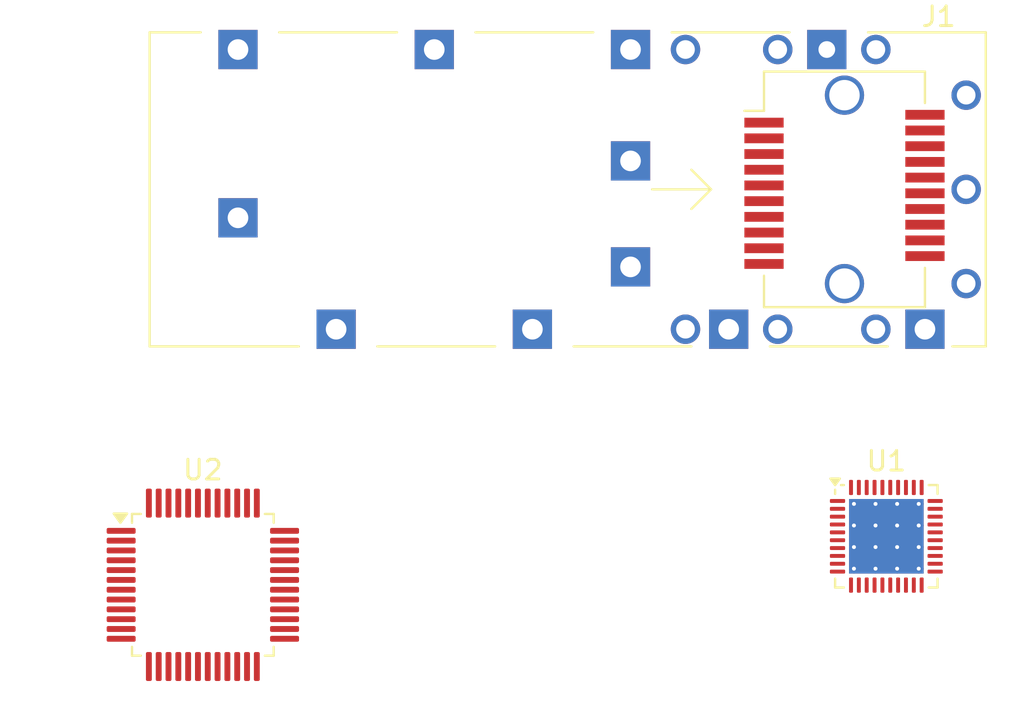
<source format=kicad_pcb>
(kicad_pcb (version 20240108) (generator "pcbnew") (generator_version "8.0")
  (layers (0 "F.Cu" signal) (31 "B.Cu" signal) (34 "B.Paste" user) (35 "F.Paste" user) (36 "B.SilkS" user "B.Silkscreen") (37 "F.SilkS" user "F.Silkscreen") (38 "B.Mask" user) (39 "F.Mask" user) (44 "Edge.Cuts" user))
  (net 0 "")
  (net 6 "Net-(J1-VeeR-Pad10)")
  (net 13 "Net-(J1-VeeT-Pad1)")
  (net 24 "Net-(U2-AVDD-Pad11)")
  (net 25 "Net-(U2-AGND-Pad14)")
  (footprint "Package_DFN_QFN:QFN-40-1EP_5x5mm_P0.4mm_EP3.8x3.8mm_ThermalVias" (layer "F.Cu") (at 135.6925 97.9)
    (property "Reference" "U1" (at 0 -3.83 0) (layer "F.SilkS"))
    (property "Value" "RTL8213B-CG")
    (fp_line (start -2.61 -2.16) (end -2.61 -2.37) (stroke (width 0.12)) (layer "F.SilkS"))
    (fp_line (start -2.61 2.61) (end -2.61 2.16) (stroke (width 0.12)) (layer "F.SilkS"))
    (fp_line (start -2.16 -2.61) (end -2.31 -2.61) (stroke (width 0.12)) (layer "F.SilkS"))
    (fp_line (start -2.16 2.61) (end -2.61 2.61) (stroke (width 0.12)) (layer "F.SilkS"))
    (fp_line (start 2.16 -2.61) (end 2.61 -2.61) (stroke (width 0.12)) (layer "F.SilkS"))
    (fp_line (start 2.16 2.61) (end 2.61 2.61) (stroke (width 0.12)) (layer "F.SilkS"))
    (fp_line (start 2.61 -2.61) (end 2.61 -2.16) (stroke (width 0.12)) (layer "F.SilkS"))
    (fp_line (start 2.61 2.61) (end 2.61 2.16) (stroke (width 0.12)) (layer "F.SilkS"))
    (fp_poly (pts (xy -2.61 -2.61) (xy -2.85 -2.94) (xy -2.37 -2.94) (xy -2.61 -2.61)) (stroke (width 0.12)) (fill solid) (layer "F.SilkS"))
    (pad "1" smd roundrect (at -2.4875 -1.8) (size 0.775 0.2) (layers "F.Cu" "F.Paste" "F.Mask"))
    (pad "2" smd roundrect (at -2.4875 -1.4) (size 0.775 0.2) (layers "F.Cu" "F.Paste" "F.Mask"))
    (pad "3" smd roundrect (at -2.4875 -1) (size 0.775 0.2) (layers "F.Cu" "F.Paste" "F.Mask"))
    (pad "4" smd roundrect (at -2.4875 -0.6) (size 0.775 0.2) (layers "F.Cu" "F.Paste" "F.Mask"))
    (pad "5" smd roundrect (at -2.4875 -0.2) (size 0.775 0.2) (layers "F.Cu" "F.Paste" "F.Mask"))
    (pad "6" smd roundrect (at -2.4875 0.2) (size 0.775 0.2) (layers "F.Cu" "F.Paste" "F.Mask"))
    (pad "7" smd roundrect (at -2.4875 0.6) (size 0.775 0.2) (layers "F.Cu" "F.Paste" "F.Mask"))
    (pad "8" smd roundrect (at -2.4875 1) (size 0.775 0.2) (layers "F.Cu" "F.Paste" "F.Mask"))
    (pad "9" smd roundrect (at -2.4875 1.4) (size 0.775 0.2) (layers "F.Cu" "F.Paste" "F.Mask"))
    (pad "10" smd roundrect (at -2.4875 1.8) (size 0.775 0.2) (layers "F.Cu" "F.Paste" "F.Mask"))
    (pad "11" smd roundrect (at -1.8 2.4875) (size 0.2 0.775) (layers "F.Cu" "F.Paste" "F.Mask"))
    (pad "12" smd roundrect (at -1.4 2.4875) (size 0.2 0.775) (layers "F.Cu" "F.Paste" "F.Mask"))
    (pad "13" smd roundrect (at -1 2.4875) (size 0.2 0.775) (layers "F.Cu" "F.Paste" "F.Mask"))
    (pad "14" smd roundrect (at -0.6 2.4875) (size 0.2 0.775) (layers "F.Cu" "F.Paste" "F.Mask"))
    (pad "15" smd roundrect (at -0.2 2.4875) (size 0.2 0.775) (layers "F.Cu" "F.Paste" "F.Mask"))
    (pad "16" smd roundrect (at 0.2 2.4875) (size 0.2 0.775) (layers "F.Cu" "F.Paste" "F.Mask"))
    (pad "17" smd roundrect (at 0.6 2.4875) (size 0.2 0.775) (layers "F.Cu" "F.Paste" "F.Mask"))
    (pad "18" smd roundrect (at 1 2.4875) (size 0.2 0.775) (layers "F.Cu" "F.Paste" "F.Mask"))
    (pad "19" smd roundrect (at 1.4 2.4875) (size 0.2 0.775) (layers "F.Cu" "F.Paste" "F.Mask"))
    (pad "20" smd roundrect (at 1.8 2.4875) (size 0.2 0.775) (layers "F.Cu" "F.Paste" "F.Mask"))
    (pad "21" smd roundrect (at 2.4875 1.8) (size 0.775 0.2) (layers "F.Cu" "F.Paste" "F.Mask"))
    (pad "22" smd roundrect (at 2.4875 1.4) (size 0.775 0.2) (layers "F.Cu" "F.Paste" "F.Mask"))
    (pad "23" smd roundrect (at 2.4875 1) (size 0.775 0.2) (layers "F.Cu" "F.Paste" "F.Mask"))
    (pad "24" smd roundrect (at 2.4875 0.6) (size 0.775 0.2) (layers "F.Cu" "F.Paste" "F.Mask"))
    (pad "25" smd roundrect (at 2.4875 0.2) (size 0.775 0.2) (layers "F.Cu" "F.Paste" "F.Mask"))
    (pad "26" smd roundrect (at 2.4875 -0.2) (size 0.775 0.2) (layers "F.Cu" "F.Paste" "F.Mask"))
    (pad "27" smd roundrect (at 2.4875 -0.6) (size 0.775 0.2) (layers "F.Cu" "F.Paste" "F.Mask"))
    (pad "28" smd roundrect (at 2.4875 -1) (size 0.775 0.2) (layers "F.Cu" "F.Paste" "F.Mask"))
    (pad "29" smd roundrect (at 2.4875 -1.4) (size 0.775 0.2) (layers "F.Cu" "F.Paste" "F.Mask"))
    (pad "30" smd roundrect (at 2.4875 -1.8) (size 0.775 0.2) (layers "F.Cu" "F.Paste" "F.Mask"))
    (pad "31" smd roundrect (at 1.8 -2.4875) (size 0.2 0.775) (layers "F.Cu" "F.Paste" "F.Mask"))
    (pad "32" smd roundrect (at 1.4 -2.4875) (size 0.2 0.775) (layers "F.Cu" "F.Paste" "F.Mask"))
    (pad "33" smd roundrect (at 1 -2.4875) (size 0.2 0.775) (layers "F.Cu" "F.Paste" "F.Mask"))
    (pad "34" smd roundrect (at 0.6 -2.4875) (size 0.2 0.775) (layers "F.Cu" "F.Paste" "F.Mask"))
    (pad "35" smd roundrect (at 0.2 -2.4875) (size 0.2 0.775) (layers "F.Cu" "F.Paste" "F.Mask"))
    (pad "36" smd roundrect (at -0.2 -2.4875) (size 0.2 0.775) (layers "F.Cu" "F.Paste" "F.Mask"))
    (pad "37" smd roundrect (at -0.6 -2.4875) (size 0.2 0.775) (layers "F.Cu" "F.Paste" "F.Mask"))
    (pad "38" smd roundrect (at -1 -2.4875) (size 0.2 0.775) (layers "F.Cu" "F.Paste" "F.Mask"))
    (pad "39" smd roundrect (at -1.4 -2.4875) (size 0.2 0.775) (layers "F.Cu" "F.Paste" "F.Mask"))
    (pad "40" smd roundrect (at -1.8 -2.4875) (size 0.2 0.775) (layers "F.Cu" "F.Paste" "F.Mask"))
    (pad "41" thru_hole circle (at -1.65 -1.65) (size 0.5 0.5) (drill 0.2) (property pad_prop_heatsink) (layers "*.Cu"))
    (pad "41" thru_hole circle (at -1.65 -0.55) (size 0.5 0.5) (drill 0.2) (property pad_prop_heatsink) (layers "*.Cu"))
    (pad "41" thru_hole circle (at -1.65 0.55) (size 0.5 0.5) (drill 0.2) (property pad_prop_heatsink) (layers "*.Cu"))
    (pad "41" thru_hole circle (at -1.65 1.65) (size 0.5 0.5) (drill 0.2) (property pad_prop_heatsink) (layers "*.Cu"))
    (pad "41" thru_hole circle (at -0.55 -1.65) (size 0.5 0.5) (drill 0.2) (property pad_prop_heatsink) (layers "*.Cu"))
    (pad "41" thru_hole circle (at -0.55 -0.55) (size 0.5 0.5) (drill 0.2) (property pad_prop_heatsink) (layers "*.Cu"))
    (pad "41" thru_hole circle (at -0.55 0.55) (size 0.5 0.5) (drill 0.2) (property pad_prop_heatsink) (layers "*.Cu"))
    (pad "41" thru_hole circle (at -0.55 1.65) (size 0.5 0.5) (drill 0.2) (property pad_prop_heatsink) (layers "*.Cu"))
    (pad "41" smd rect (at 0 0) (size 3.8 3.8) (property pad_prop_heatsink) (layers "F.Cu" "F.Mask"))
    (pad "41" smd rect (at 0 0) (size 3.8 3.8) (property pad_prop_heatsink) (layers "B.Cu"))
    (pad "41" thru_hole circle (at 0.55 -1.65) (size 0.5 0.5) (drill 0.2) (property pad_prop_heatsink) (layers "*.Cu"))
    (pad "41" thru_hole circle (at 0.55 -0.55) (size 0.5 0.5) (drill 0.2) (property pad_prop_heatsink) (layers "*.Cu"))
    (pad "41" thru_hole circle (at 0.55 0.55) (size 0.5 0.5) (drill 0.2) (property pad_prop_heatsink) (layers "*.Cu"))
    (pad "41" thru_hole circle (at 0.55 1.65) (size 0.5 0.5) (drill 0.2) (property pad_prop_heatsink) (layers "*.Cu"))
    (pad "41" thru_hole circle (at 1.65 -1.65) (size 0.5 0.5) (drill 0.2) (property pad_prop_heatsink) (layers "*.Cu"))
    (pad "41" thru_hole circle (at 1.65 -0.55) (size 0.5 0.5) (drill 0.2) (property pad_prop_heatsink) (layers "*.Cu"))
    (pad "41" thru_hole circle (at 1.65 0.55) (size 0.5 0.5) (drill 0.2) (property pad_prop_heatsink) (layers "*.Cu"))
    (pad "41" thru_hole circle (at 1.65 1.65) (size 0.5 0.5) (drill 0.2) (property pad_prop_heatsink) (layers "*.Cu"))
  )
  (footprint "Connector:Connector_SFP_and_Cage" (layer "F.Cu") (at 139.76 80.225)
    (property "Reference" "J1" (at -1.4 -8.8 0) (layer "F.SilkS"))
    (property "Value" "SFP")
    (fp_line (start -41.6 8) (end -41.6 -8) (stroke (width 0.12)) (layer "F.SilkS"))
    (fp_line (start -39 -8) (end -41.6 -8) (stroke (width 0.12)) (layer "F.SilkS"))
    (fp_line (start -34 8) (end -41.6 8) (stroke (width 0.12)) (layer "F.SilkS"))
    (fp_line (start -30 8) (end -24 8) (stroke (width 0.12)) (layer "F.SilkS"))
    (fp_line (start -29 -8) (end -35 -8) (stroke (width 0.12)) (layer "F.SilkS"))
    (fp_line (start -20 8) (end -14 8) (stroke (width 0.12)) (layer "F.SilkS"))
    (fp_line (start -19 -8) (end -25 -8) (stroke (width 0.12)) (layer "F.SilkS"))
    (fp_line (start -13 0) (end -16 0) (stroke (width 0.12)) (layer "F.SilkS"))
    (fp_line (start -13 0) (end -14 -1) (stroke (width 0.12)) (layer "F.SilkS"))
    (fp_line (start -13 0) (end -14 1) (stroke (width 0.12)) (layer "F.SilkS"))
    (fp_line (start -10.3 -6) (end -10.3 -4) (stroke (width 0.12)) (layer "F.SilkS"))
    (fp_line (start -10.3 -4) (end -11.3 -4) (stroke (width 0.12)) (layer "F.SilkS"))
    (fp_line (start -10.3 4.4) (end -10.3 6) (stroke (width 0.12)) (layer "F.SilkS"))
    (fp_line (start -10 8) (end -4 8) (stroke (width 0.12)) (layer "F.SilkS"))
    (fp_line (start -9 -8) (end -15 -8) (stroke (width 0.12)) (layer "F.SilkS"))
    (fp_line (start -2.1 -6) (end -10.3 -6) (stroke (width 0.12)) (layer "F.SilkS"))
    (fp_line (start -2.1 -4.4) (end -2.1 -6) (stroke (width 0.12)) (layer "F.SilkS"))
    (fp_line (start -2.1 4) (end -2.1 6) (stroke (width 0.12)) (layer "F.SilkS"))
    (fp_line (start -2.1 6) (end -10.3 6) (stroke (width 0.12)) (layer "F.SilkS"))
    (fp_line (start -0.7 8) (end 1 8) (stroke (width 0.12)) (layer "F.SilkS"))
    (fp_line (start 1 -8) (end -5 -8) (stroke (width 0.12)) (layer "F.SilkS"))
    (fp_line (start 1 8) (end 1 -8) (stroke (width 0.12)) (layer "F.SilkS"))
    (pad "" np_thru_hole circle (at -6.2 -4.8) (size 2 2) (drill 1.55) (layers "*.Cu" "*.Mask"))
    (pad "" np_thru_hole circle (at -6.2 4.8) (size 2 2) (drill 1.55) (layers "*.Cu" "*.Mask"))
    (pad "1" smd rect (at -10.3 -3.4) (size 2 0.5) (layers "F.Cu" "F.Paste" "F.Mask") (net 13 "Net-(J1-VeeT-Pad1)"))
    (pad "2" smd rect (at -10.3 -2.6) (size 2 0.5) (layers "F.Cu" "F.Paste" "F.Mask"))
    (pad "3" smd rect (at -10.3 -1.8) (size 2 0.5) (layers "F.Cu" "F.Paste" "F.Mask"))
    (pad "4" smd rect (at -10.3 -1) (size 2 0.5) (layers "F.Cu" "F.Paste" "F.Mask"))
    (pad "5" smd rect (at -10.3 -0.2) (size 2 0.5) (layers "F.Cu" "F.Paste" "F.Mask"))
    (pad "6" smd rect (at -10.3 0.6) (size 2 0.5) (layers "F.Cu" "F.Paste" "F.Mask"))
    (pad "7" smd rect (at -10.3 1.4) (size 2 0.5) (layers "F.Cu" "F.Paste" "F.Mask"))
    (pad "8" smd rect (at -10.3 2.2) (size 2 0.5) (layers "F.Cu" "F.Paste" "F.Mask"))
    (pad "9" smd rect (at -10.3 3) (size 2 0.5) (layers "F.Cu" "F.Paste" "F.Mask") (net 6 "Net-(J1-VeeR-Pad10)"))
    (pad "10" smd rect (at -10.3 3.8) (size 2 0.5) (layers "F.Cu" "F.Paste" "F.Mask") (net 6 "Net-(J1-VeeR-Pad10)"))
    (pad "11" smd rect (at -2.1 3.4) (size 2 0.5) (layers "F.Cu" "F.Paste" "F.Mask") (net 6 "Net-(J1-VeeR-Pad10)"))
    (pad "12" smd rect (at -2.1 2.6) (size 2 0.5) (layers "F.Cu" "F.Paste" "F.Mask"))
    (pad "13" smd rect (at -2.1 1.8) (size 2 0.5) (layers "F.Cu" "F.Paste" "F.Mask"))
    (pad "14" smd rect (at -2.1 1) (size 2 0.5) (layers "F.Cu" "F.Paste" "F.Mask") (net 6 "Net-(J1-VeeR-Pad10)"))
    (pad "15" smd rect (at -2.1 0.2) (size 2 0.5) (layers "F.Cu" "F.Paste" "F.Mask"))
    (pad "16" smd rect (at -2.1 -0.6) (size 2 0.5) (layers "F.Cu" "F.Paste" "F.Mask"))
    (pad "17" smd rect (at -2.1 -1.4) (size 2 0.5) (layers "F.Cu" "F.Paste" "F.Mask") (net 13 "Net-(J1-VeeT-Pad1)"))
    (pad "18" smd rect (at -2.1 -2.2) (size 2 0.5) (layers "F.Cu" "F.Paste" "F.Mask"))
    (pad "19" smd rect (at -2.1 -3) (size 2 0.5) (layers "F.Cu" "F.Paste" "F.Mask"))
    (pad "20" smd rect (at -2.1 -3.8) (size 2 0.5) (layers "F.Cu" "F.Paste" "F.Mask") (net 13 "Net-(J1-VeeT-Pad1)"))
    (pad "CAGE" thru_hole rect (at -37.1 -7.125) (size 2 2) (drill 1.05) (layers "*.Cu" "*.Mask"))
    (pad "CAGE" thru_hole rect (at -37.1 1.45) (size 2 2) (drill 1.05) (layers "*.Cu" "*.Mask"))
    (pad "CAGE" thru_hole rect (at -32.1 7.125) (size 2 2) (drill 1.05) (layers "*.Cu" "*.Mask"))
    (pad "CAGE" thru_hole rect (at -27.1 -7.125) (size 2 2) (drill 1.05) (layers "*.Cu" "*.Mask"))
    (pad "CAGE" thru_hole rect (at -22.1 7.125) (size 2 2) (drill 1.05) (layers "*.Cu" "*.Mask"))
    (pad "CAGE" thru_hole rect (at -17.1 -7.125) (size 2 2) (drill 1.05) (layers "*.Cu" "*.Mask"))
    (pad "CAGE" thru_hole rect (at -17.1 -1.45) (size 2 2) (drill 1.05) (layers "*.Cu" "*.Mask"))
    (pad "CAGE" thru_hole rect (at -17.1 3.95) (size 2 2) (drill 1.05) (layers "*.Cu" "*.Mask"))
    (pad "CAGE" thru_hole circle (at -14.3 -7.125) (size 1.5 1.5) (drill 0.95) (layers "*.Cu" "*.Mask"))
    (pad "CAGE" thru_hole circle (at -14.3 7.125) (size 1.5 1.5) (drill 0.95) (layers "*.Cu" "*.Mask"))
    (pad "CAGE" thru_hole rect (at -12.1 7.125) (size 2 2) (drill 1.05) (layers "*.Cu" "*.Mask"))
    (pad "CAGE" thru_hole circle (at -9.6 -7.125) (size 1.5 1.5) (drill 0.95) (layers "*.Cu" "*.Mask"))
    (pad "CAGE" thru_hole circle (at -9.6 7.125) (size 1.5 1.5) (drill 0.95) (layers "*.Cu" "*.Mask"))
    (pad "CAGE" thru_hole rect (at -7.1 -7.125) (size 2 2) (drill 0.85) (layers "*.Cu" "*.Mask"))
    (pad "CAGE" thru_hole circle (at -4.6 -7.125) (size 1.5 1.5) (drill 0.95) (layers "*.Cu" "*.Mask"))
    (pad "CAGE" thru_hole circle (at -4.6 7.125) (size 1.5 1.5) (drill 0.95) (layers "*.Cu" "*.Mask"))
    (pad "CAGE" thru_hole rect (at -2.1 7.125) (size 2 2) (drill 1.05) (layers "*.Cu" "*.Mask"))
    (pad "CAGE" thru_hole circle (at 0 -4.8) (size 1.5 1.5) (drill 0.95) (layers "*.Cu" "*.Mask"))
    (pad "CAGE" thru_hole circle (at 0 0) (size 1.5 1.5) (drill 0.95) (layers "*.Cu" "*.Mask"))
    (pad "CAGE" thru_hole circle (at 0 4.8) (size 1.5 1.5) (drill 0.95) (layers "*.Cu" "*.Mask"))
  )
  (footprint "Package_QFP:LQFP-48_7x7mm_P0.5mm" (layer "F.Cu") (at 100.87 100.3725)
    (property "Reference" "U2" (at 0 -5.85 0) (layer "F.SilkS"))
    (property "Value" "W5500")
    (fp_line (start -3.61 -3.61) (end -3.61 -3.16) (stroke (width 0.12)) (layer "F.SilkS"))
    (fp_line (start -3.61 3.61) (end -3.61 3.16) (stroke (width 0.12)) (layer "F.SilkS"))
    (fp_line (start -3.16 -3.61) (end -3.61 -3.61) (stroke (width 0.12)) (layer "F.SilkS"))
    (fp_line (start -3.16 3.61) (end -3.61 3.61) (stroke (width 0.12)) (layer "F.SilkS"))
    (fp_line (start 3.16 -3.61) (end 3.61 -3.61) (stroke (width 0.12)) (layer "F.SilkS"))
    (fp_line (start 3.16 3.61) (end 3.61 3.61) (stroke (width 0.12)) (layer "F.SilkS"))
    (fp_line (start 3.61 -3.61) (end 3.61 -3.16) (stroke (width 0.12)) (layer "F.SilkS"))
    (fp_line (start 3.61 3.61) (end 3.61 3.16) (stroke (width 0.12)) (layer "F.SilkS"))
    (fp_poly (pts (xy -4.2 -3.16) (xy -4.54 -3.63) (xy -3.86 -3.63) (xy -4.2 -3.16)) (stroke (width 0.12)) (fill solid) (layer "F.SilkS"))
    (pad "1" smd roundrect (at -4.1625 -2.75) (size 1.475 0.3) (layers "F.Cu" "F.Paste" "F.Mask"))
    (pad "2" smd roundrect (at -4.1625 -2.25) (size 1.475 0.3) (layers "F.Cu" "F.Paste" "F.Mask"))
    (pad "3" smd roundrect (at -4.1625 -1.75) (size 1.475 0.3) (layers "F.Cu" "F.Paste" "F.Mask") (net 25 "Net-(U2-AGND-Pad14)"))
    (pad "4" smd roundrect (at -4.1625 -1.25) (size 1.475 0.3) (layers "F.Cu" "F.Paste" "F.Mask") (net 24 "Net-(U2-AVDD-Pad11)"))
    (pad "5" smd roundrect (at -4.1625 -0.75) (size 1.475 0.3) (layers "F.Cu" "F.Paste" "F.Mask"))
    (pad "6" smd roundrect (at -4.1625 -0.25) (size 1.475 0.3) (layers "F.Cu" "F.Paste" "F.Mask"))
    (pad "7" smd roundrect (at -4.1625 0.25) (size 1.475 0.3) (layers "F.Cu" "F.Paste" "F.Mask"))
    (pad "8" smd roundrect (at -4.1625 0.75) (size 1.475 0.3) (layers "F.Cu" "F.Paste" "F.Mask") (net 24 "Net-(U2-AVDD-Pad11)"))
    (pad "9" smd roundrect (at -4.1625 1.25) (size 1.475 0.3) (layers "F.Cu" "F.Paste" "F.Mask") (net 25 "Net-(U2-AGND-Pad14)"))
    (pad "10" smd roundrect (at -4.1625 1.75) (size 1.475 0.3) (layers "F.Cu" "F.Paste" "F.Mask"))
    (pad "11" smd roundrect (at -4.1625 2.25) (size 1.475 0.3) (layers "F.Cu" "F.Paste" "F.Mask") (net 24 "Net-(U2-AVDD-Pad11)"))
    (pad "12" smd roundrect (at -4.1625 2.75) (size 1.475 0.3) (layers "F.Cu" "F.Paste" "F.Mask"))
    (pad "13" smd roundrect (at -2.75 4.1625) (size 0.3 1.475) (layers "F.Cu" "F.Paste" "F.Mask"))
    (pad "14" smd roundrect (at -2.25 4.1625) (size 0.3 1.475) (layers "F.Cu" "F.Paste" "F.Mask") (net 25 "Net-(U2-AGND-Pad14)"))
    (pad "15" smd roundrect (at -1.75 4.1625) (size 0.3 1.475) (layers "F.Cu" "F.Paste" "F.Mask") (net 24 "Net-(U2-AVDD-Pad11)"))
    (pad "16" smd roundrect (at -1.25 4.1625) (size 0.3 1.475) (layers "F.Cu" "F.Paste" "F.Mask") (net 25 "Net-(U2-AGND-Pad14)"))
    (pad "17" smd roundrect (at -0.75 4.1625) (size 0.3 1.475) (layers "F.Cu" "F.Paste" "F.Mask") (net 24 "Net-(U2-AVDD-Pad11)"))
    (pad "18" smd roundrect (at -0.25 4.1625) (size 0.3 1.475) (layers "F.Cu" "F.Paste" "F.Mask"))
    (pad "19" smd roundrect (at 0.25 4.1625) (size 0.3 1.475) (layers "F.Cu" "F.Paste" "F.Mask") (net 25 "Net-(U2-AGND-Pad14)"))
    (pad "20" smd roundrect (at 0.75 4.1625) (size 0.3 1.475) (layers "F.Cu" "F.Paste" "F.Mask"))
    (pad "21" smd roundrect (at 1.25 4.1625) (size 0.3 1.475) (layers "F.Cu" "F.Paste" "F.Mask") (net 24 "Net-(U2-AVDD-Pad11)"))
    (pad "22" smd roundrect (at 1.75 4.1625) (size 0.3 1.475) (layers "F.Cu" "F.Paste" "F.Mask"))
    (pad "23" smd roundrect (at 2.25 4.1625) (size 0.3 1.475) (layers "F.Cu" "F.Paste" "F.Mask"))
    (pad "24" smd roundrect (at 2.75 4.1625) (size 0.3 1.475) (layers "F.Cu" "F.Paste" "F.Mask"))
    (pad "25" smd roundrect (at 4.1625 2.75) (size 1.475 0.3) (layers "F.Cu" "F.Paste" "F.Mask"))
    (pad "26" smd roundrect (at 4.1625 2.25) (size 1.475 0.3) (layers "F.Cu" "F.Paste" "F.Mask"))
    (pad "27" smd roundrect (at 4.1625 1.75) (size 1.475 0.3) (layers "F.Cu" "F.Paste" "F.Mask"))
    (pad "28" smd roundrect (at 4.1625 1.25) (size 1.475 0.3) (layers "F.Cu" "F.Paste" "F.Mask"))
    (pad "29" smd roundrect (at 4.1625 0.75) (size 1.475 0.3) (layers "F.Cu" "F.Paste" "F.Mask"))
    (pad "30" smd roundrect (at 4.1625 0.25) (size 1.475 0.3) (layers "F.Cu" "F.Paste" "F.Mask"))
    (pad "31" smd roundrect (at 4.1625 -0.25) (size 1.475 0.3) (layers "F.Cu" "F.Paste" "F.Mask"))
    (pad "32" smd roundrect (at 4.1625 -0.75) (size 1.475 0.3) (layers "F.Cu" "F.Paste" "F.Mask"))
    (pad "33" smd roundrect (at 4.1625 -1.25) (size 1.475 0.3) (layers "F.Cu" "F.Paste" "F.Mask"))
    (pad "34" smd roundrect (at 4.1625 -1.75) (size 1.475 0.3) (layers "F.Cu" "F.Paste" "F.Mask"))
    (pad "35" smd roundrect (at 4.1625 -2.25) (size 1.475 0.3) (layers "F.Cu" "F.Paste" "F.Mask"))
    (pad "36" smd roundrect (at 4.1625 -2.75) (size 1.475 0.3) (layers "F.Cu" "F.Paste" "F.Mask"))
    (pad "37" smd roundrect (at 2.75 -4.1625) (size 0.3 1.475) (layers "F.Cu" "F.Paste" "F.Mask"))
    (pad "38" smd roundrect (at 2.25 -4.1625) (size 0.3 1.475) (layers "F.Cu" "F.Paste" "F.Mask"))
    (pad "39" smd roundrect (at 1.75 -4.1625) (size 0.3 1.475) (layers "F.Cu" "F.Paste" "F.Mask"))
    (pad "40" smd roundrect (at 1.25 -4.1625) (size 0.3 1.475) (layers "F.Cu" "F.Paste" "F.Mask"))
    (pad "41" smd roundrect (at 0.75 -4.1625) (size 0.3 1.475) (layers "F.Cu" "F.Paste" "F.Mask"))
    (pad "42" smd roundrect (at 0.25 -4.1625) (size 0.3 1.475) (layers "F.Cu" "F.Paste" "F.Mask"))
    (pad "43" smd roundrect (at -0.25 -4.1625) (size 0.3 1.475) (layers "F.Cu" "F.Paste" "F.Mask"))
    (pad "44" smd roundrect (at -0.75 -4.1625) (size 0.3 1.475) (layers "F.Cu" "F.Paste" "F.Mask"))
    (pad "45" smd roundrect (at -1.25 -4.1625) (size 0.3 1.475) (layers "F.Cu" "F.Paste" "F.Mask"))
    (pad "46" smd roundrect (at -1.75 -4.1625) (size 0.3 1.475) (layers "F.Cu" "F.Paste" "F.Mask"))
    (pad "47" smd roundrect (at -2.25 -4.1625) (size 0.3 1.475) (layers "F.Cu" "F.Paste" "F.Mask"))
    (pad "48" smd roundrect (at -2.75 -4.1625) (size 0.3 1.475) (layers "F.Cu" "F.Paste" "F.Mask") (net 25 "Net-(U2-AGND-Pad14)"))
  )
)
</source>
